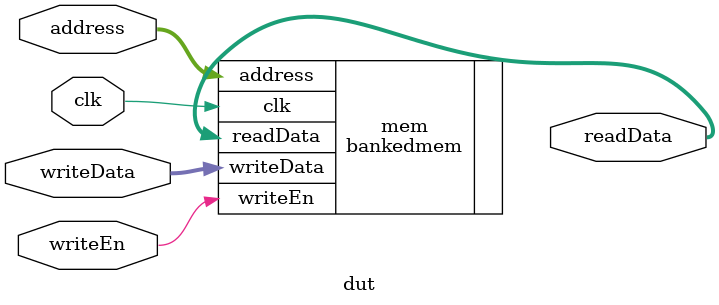
<source format=v>
`timescale 1ns/1ps
module dut (
    input wire clk,
    input wire writeEn,
    input wire [31:0] address,
    input wire [31:0] writeData,
    output wire [31:0] readData
);
    bankedmem mem (
        .clk(clk),
        .writeEn(writeEn),
        .address(address),
        .writeData(writeData),
        .readData(readData)
    );
endmodule
</source>
